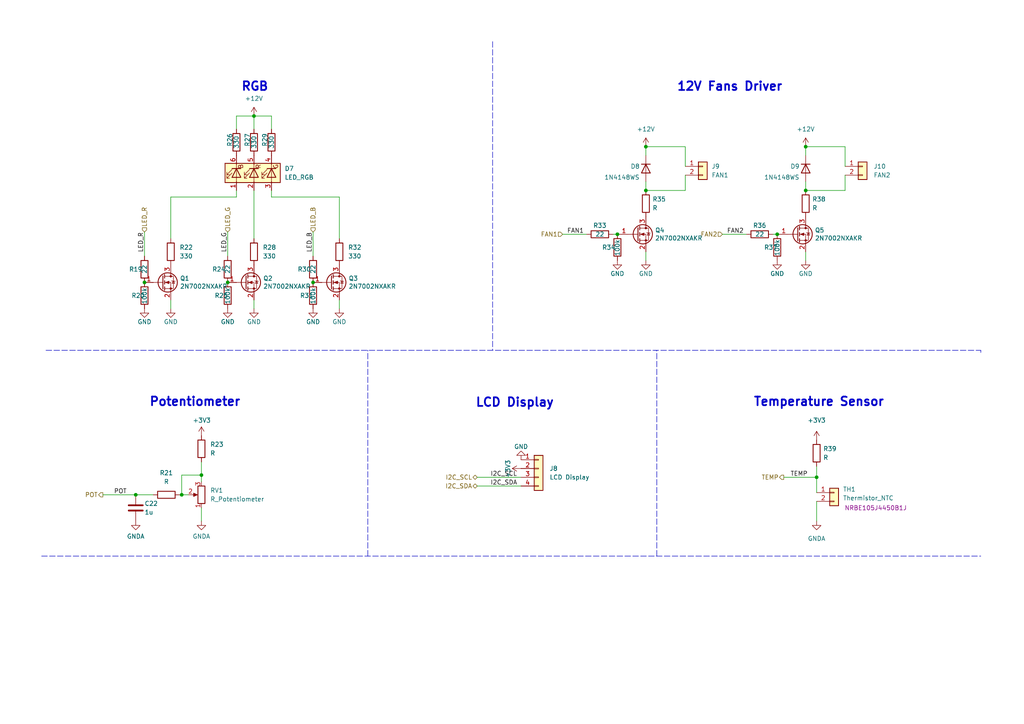
<source format=kicad_sch>
(kicad_sch (version 20211123) (generator eeschema)
  (paper "A4")
  (lib_symbols
    (symbol "Connector_Generic:Conn_01x02" (pin_names (offset 1.016) hide)
      (property "Reference" "J" (at 0 2.54 0))
      (property "Value" "Conn_01x02" (at 0 -5.08 0))
      (symbol "Conn_01x02_1_1"
        (rectangle (start -1.27 -2.413) (end 0 -2.667) (stroke (width 0.1524)))
        (rectangle (start -1.27 0.127) (end 0 -0.127) (stroke (width 0.1524)))
        (rectangle (start -1.27 1.27) (end 1.27 -3.81) (stroke (width 0.254)) (fill (type background)))
        (pin passive line (at -5.08 0 0) (length 3.81) (name "Pin_1") (number "1"))
        (pin passive line (at -5.08 -2.54 0) (length 3.81) (name "Pin_2") (number "2"))
      )
    )
    (symbol "Connector_Generic:Conn_01x04" (pin_names (offset 1.016) hide)
      (property "Reference" "J" (at 0 5.08 0))
      (property "Value" "Conn_01x04" (at 0 -7.62 0))
      (symbol "Conn_01x04_1_1"
        (rectangle (start -1.27 -4.953) (end 0 -5.207) (stroke (width 0.1524)))
        (rectangle (start -1.27 -2.413) (end 0 -2.667) (stroke (width 0.1524)))
        (rectangle (start -1.27 0.127) (end 0 -0.127) (stroke (width 0.1524)))
        (rectangle (start -1.27 2.667) (end 0 2.413) (stroke (width 0.1524)))
        (rectangle (start -1.27 3.81) (end 1.27 -6.35) (stroke (width 0.254)) (fill (type background)))
        (pin passive line (at -5.08 2.54 0) (length 3.81) (name "Pin_1") (number "1"))
        (pin passive line (at -5.08 0 0) (length 3.81) (name "Pin_2") (number "2"))
        (pin passive line (at -5.08 -2.54 0) (length 3.81) (name "Pin_3") (number "3"))
        (pin passive line (at -5.08 -5.08 0) (length 3.81) (name "Pin_4") (number "4"))
      )
    )
    (symbol "Device:C" (pin_numbers hide) (pin_names (offset 0.254))
      (property "Reference" "C" (at 0.635 2.54 0))
      (property "Value" "C" (at 0.635 -2.54 0))
      (symbol "C_0_1"
        (polyline (pts (xy -2.032 -0.762) (xy 2.032 -0.762)) (stroke (width 0.508)))
        (polyline (pts (xy -2.032 0.762) (xy 2.032 0.762)) (stroke (width 0.508)))
      )
      (symbol "C_1_1"
        (pin passive line (at 0 3.81 270) (length 2.794) (name "~") (number "1"))
        (pin passive line (at 0 -3.81 90) (length 2.794) (name "~") (number "2"))
      )
    )
    (symbol "Device:D" (pin_numbers hide) (pin_names (offset 1.016) hide)
      (property "Reference" "D" (at 0 2.54 0))
      (property "Value" "D" (at 0 -2.54 0))
      (symbol "D_0_1"
        (polyline (pts (xy -1.27 1.27) (xy -1.27 -1.27)) (stroke (width 0.254)))
        (polyline (pts (xy 1.27 0) (xy -1.27 0)))
        (polyline (pts (xy 1.27 1.27) (xy 1.27 -1.27) (xy -1.27 0) (xy 1.27 1.27)) (stroke (width 0.254)))
      )
      (symbol "D_1_1"
        (pin passive line (at -3.81 0 0) (length 2.54) (name "K") (number "1"))
        (pin passive line (at 3.81 0 180) (length 2.54) (name "A") (number "2"))
      )
    )
    (symbol "Device:R" (pin_numbers hide) (pin_names (offset 0))
      (property "Reference" "R" (at 2.032 0 90))
      (property "Value" "R" (at 0 0 90))
      (symbol "R_0_1"
        (rectangle (start -1.016 -2.54) (end 1.016 2.54) (stroke (width 0.254)))
      )
      (symbol "R_1_1"
        (pin passive line (at 0 3.81 270) (length 1.27) (name "~") (number "1"))
        (pin passive line (at 0 -3.81 90) (length 1.27) (name "~") (number "2"))
      )
    )
    (symbol "Device:R_Potentiometer" (pin_names (offset 1.016) hide)
      (property "Reference" "RV" (at -4.445 0 90))
      (property "Value" "R_Potentiometer" (at -2.54 0 90))
      (symbol "R_Potentiometer_0_1"
        (polyline (pts (xy 2.54 0) (xy 1.524 0)))
        (polyline (pts (xy 1.143 0) (xy 2.286 0.508) (xy 2.286 -0.508) (xy 1.143 0)) (fill (type outline)))
        (rectangle (start 1.016 2.54) (end -1.016 -2.54) (stroke (width 0.254)))
      )
      (symbol "R_Potentiometer_1_1"
        (pin passive line (at 0 3.81 270) (length 1.27) (name "1") (number "1"))
        (pin passive line (at 3.81 0 180) (length 1.27) (name "2") (number "2"))
        (pin passive line (at 0 -3.81 90) (length 1.27) (name "3") (number "3"))
      )
    )
    (symbol "Eagle_Main:LED_5050" (pin_names (offset 0) hide)
      (property "Reference" "D" (at 0 12.7 0))
      (property "Value" "LED_5050" (at 0 10.16 0))
      (symbol "LED_5050_0_0"
        (text "B" (at 1.905 3.81 0) (effects (font (size 1.27 1.27))))
        (text "G" (at 1.905 -6.35 0) (effects (font (size 1.27 1.27))))
        (text "R" (at 1.905 -1.27 0) (effects (font (size 1.27 1.27))))
      )
      (symbol "LED_5050_0_1"
        (rectangle (start -2.794 8.382) (end 2.794 -7.62) (stroke (width 0.254)) (fill (type background)))
        (rectangle (start -1.27 -1.27) (end -1.27 1.27))
        (rectangle (start -1.27 1.27) (end -1.27 1.27))
        (rectangle (start -1.27 3.81) (end -1.27 6.35))
        (rectangle (start -1.27 6.35) (end -1.27 6.35))
        (polyline (pts (xy -1.27 -5.08) (xy -2.54 -5.08)))
        (polyline (pts (xy -1.27 0) (xy -2.54 0)))
        (polyline (pts (xy -1.27 0) (xy 1.27 0)))
        (polyline (pts (xy -1.27 5.08) (xy -2.54 5.08)))
        (polyline (pts (xy 1.27 -5.08) (xy -1.27 -5.08)))
        (polyline (pts (xy 1.27 -5.08) (xy 2.54 -5.08)))
        (polyline (pts (xy 1.27 -3.81) (xy 1.27 -6.35)) (stroke (width 0.254)))
        (polyline (pts (xy 1.27 0) (xy 2.54 0)))
        (polyline (pts (xy 1.27 1.27) (xy 1.27 -1.27)) (stroke (width 0.254)))
        (polyline (pts (xy 1.27 5.08) (xy -1.27 5.08)))
        (polyline (pts (xy 1.27 5.08) (xy 2.54 5.08)))
        (polyline (pts (xy 1.27 6.35) (xy 1.27 3.81)) (stroke (width 0.254)))
        (polyline (pts (xy 1.27 1.27) (xy 1.27 -1.27) (xy 1.27 -1.27)))
        (polyline (pts (xy 1.27 6.35) (xy 1.27 3.81) (xy 1.27 3.81)))
        (polyline (pts (xy -1.27 -3.81) (xy -1.27 -6.35) (xy 1.27 -5.08) (xy -1.27 -3.81)) (stroke (width 0.254)))
        (polyline (pts (xy -1.27 1.27) (xy -1.27 -1.27) (xy 1.27 0) (xy -1.27 1.27)) (stroke (width 0.254)))
        (polyline (pts (xy -1.27 6.35) (xy -1.27 3.81) (xy 1.27 5.08) (xy -1.27 6.35)) (stroke (width 0.254)))
        (polyline (pts (xy 0 -3.81) (xy -1.524 -2.286) (xy -0.762 -2.286) (xy -1.524 -2.286) (xy -1.524 -3.048)))
        (polyline (pts (xy 0 1.27) (xy -1.524 2.794) (xy -0.762 2.794) (xy -1.524 2.794) (xy -1.524 2.032)))
        (polyline (pts (xy 0 6.35) (xy -1.524 7.874) (xy -0.762 7.874) (xy -1.524 7.874) (xy -1.524 7.112)))
        (polyline (pts (xy 1.016 -3.81) (xy -0.508 -2.286) (xy 0.254 -2.286) (xy -0.508 -2.286) (xy -0.508 -3.048)))
        (polyline (pts (xy 1.016 1.27) (xy -0.508 2.794) (xy 0.254 2.794) (xy -0.508 2.794) (xy -0.508 2.032)))
        (polyline (pts (xy 1.016 6.35) (xy -0.508 7.874) (xy 0.254 7.874) (xy -0.508 7.874) (xy -0.508 7.112)))
      )
      (symbol "LED_5050_1_1"
        (pin passive line (at -5.08 5.08 0) (length 2.54) (name "BA") (number "1"))
        (pin passive line (at -5.08 0 0) (length 2.54) (name "RA") (number "2"))
        (pin passive line (at -5.08 -5.08 0) (length 2.54) (name "GA") (number "3"))
        (pin passive line (at 5.08 -5.08 180) (length 2.54) (name "GK") (number "4"))
        (pin passive line (at 5.08 0 180) (length 2.54) (name "RK") (number "5"))
        (pin passive line (at 5.08 5.08 180) (length 2.54) (name "BK") (number "6"))
      )
    )
    (symbol "Transistor_FET:2N7002" (pin_names hide)
      (property "Reference" "Q" (at 5.08 1.905 0))
      (property "Value" "2N7002" (at 5.08 0 0))
      (symbol "2N7002_0_1"
        (polyline (pts (xy 0.254 0) (xy -2.54 0)))
        (polyline (pts (xy 0.254 1.905) (xy 0.254 -1.905)) (stroke (width 0.254)))
        (polyline (pts (xy 0.762 -1.27) (xy 0.762 -2.286)) (stroke (width 0.254)))
        (polyline (pts (xy 0.762 0.508) (xy 0.762 -0.508)) (stroke (width 0.254)))
        (polyline (pts (xy 0.762 2.286) (xy 0.762 1.27)) (stroke (width 0.254)))
        (polyline (pts (xy 2.54 2.54) (xy 2.54 1.778)))
        (polyline (pts (xy 2.54 -2.54) (xy 2.54 0) (xy 0.762 0)))
        (polyline (pts (xy 0.762 -1.778) (xy 3.302 -1.778) (xy 3.302 1.778) (xy 0.762 1.778)))
        (polyline (pts (xy 1.016 0) (xy 2.032 0.381) (xy 2.032 -0.381) (xy 1.016 0)) (fill (type outline)))
        (polyline (pts (xy 2.794 0.508) (xy 2.921 0.381) (xy 3.683 0.381) (xy 3.81 0.254)))
        (polyline (pts (xy 3.302 0.381) (xy 2.921 -0.254) (xy 3.683 -0.254) (xy 3.302 0.381)))
        (circle (center 1.651 0) (radius 2.794) (stroke (width 0.254)))
        (circle (center 2.54 -1.778) (radius 0.254) (fill (type outline)))
        (circle (center 2.54 1.778) (radius 0.254) (fill (type outline)))
      )
      (symbol "2N7002_1_1"
        (pin input line (at -5.08 0 0) (length 2.54) (name "G") (number "1"))
        (pin passive line (at 2.54 -5.08 90) (length 2.54) (name "S") (number "2"))
        (pin passive line (at 2.54 5.08 270) (length 2.54) (name "D") (number "3"))
      )
    )
    (symbol "power:+12V" (power) (pin_names (offset 0))
      (property "Value" "+12V" (at 0 3.556 0))
      (symbol "+12V_0_1"
        (polyline (pts (xy -0.762 1.27) (xy 0 2.54)))
        (polyline (pts (xy 0 0) (xy 0 2.54)))
        (polyline (pts (xy 0 2.54) (xy 0.762 1.27)))
      )
      (symbol "+12V_1_1"
        (pin power_in line (at 0 0 90) (length 0) hide (name "+12V") (number "1"))
      )
    )
    (symbol "power:+3V3" (power) (pin_names (offset 0))
      (property "Value" "+3V3" (at 0 3.556 0))
      (symbol "+3V3_0_1"
        (polyline (pts (xy -0.762 1.27) (xy 0 2.54)))
        (polyline (pts (xy 0 0) (xy 0 2.54)))
        (polyline (pts (xy 0 2.54) (xy 0.762 1.27)))
      )
      (symbol "+3V3_1_1"
        (pin power_in line (at 0 0 90) (length 0) hide (name "+3V3") (number "1"))
      )
    )
    (symbol "power:GND" (power) (pin_names (offset 0))
      (property "Value" "GND" (at 0 -3.81 0))
      (symbol "GND_0_1"
        (polyline (pts (xy 0 0) (xy 0 -1.27) (xy 1.27 -1.27) (xy 0 -2.54) (xy -1.27 -1.27) (xy 0 -1.27)))
      )
      (symbol "GND_1_1"
        (pin power_in line (at 0 0 270) (length 0) hide (name "GND") (number "1"))
      )
    )
    (symbol "power:GNDA" (power) (pin_names (offset 0))
      (property "Value" "GNDA" (at 0 -3.81 0))
      (symbol "GNDA_0_1"
        (polyline (pts (xy 0 0) (xy 0 -1.27) (xy 1.27 -1.27) (xy 0 -2.54) (xy -1.27 -1.27) (xy 0 -1.27)))
      )
      (symbol "GNDA_1_1"
        (pin power_in line (at 0 0 270) (length 0) hide (name "GNDA") (number "1"))
      )
    )
  )
  (junction (at 236.855 138.43))
  (junction (at 187.325 42.545))
  (junction (at 233.68 42.545))
  (junction (at 66.04 81.915))
  (junction (at 179.07 67.945))
  (junction (at 58.42 137.795))
  (junction (at 233.68 55.245))
  (junction (at 39.37 143.51))
  (junction (at 41.91 81.915))
  (junction (at 52.705 143.51))
  (junction (at 73.66 33.655))
  (junction (at 225.425 67.945))
  (junction (at 187.325 55.245))
  (junction (at 90.805 81.915))
  (wire (pts (xy 66.04 67.31) (xy 66.04 74.295)))
  (wire (pts (xy 209.55 67.945) (xy 216.535 67.945)))
  (wire (pts (xy 78.74 57.15) (xy 98.425 57.15)))
  (wire (pts (xy 98.425 57.15) (xy 98.425 69.215)))
  (wire (pts (xy 52.705 137.795) (xy 58.42 137.795)))
  (wire (pts (xy 187.325 55.245) (xy 198.755 55.245)))
  (wire (pts (xy 233.68 55.245) (xy 245.11 55.245)))
  (wire (pts (xy 73.66 89.535) (xy 73.66 86.995)))
  (wire (pts (xy 187.325 42.545) (xy 187.325 45.085)))
  (wire (pts (xy 68.58 37.465) (xy 68.58 33.655)))
  (wire (pts (xy 187.325 42.545) (xy 198.755 42.545)))
  (wire (pts (xy 233.68 42.545) (xy 233.68 45.085)))
  (wire (pts (xy 73.66 33.655) (xy 73.66 37.465)))
  (wire (pts (xy 233.68 52.705) (xy 233.68 55.245)))
  (wire (pts (xy 245.11 42.545) (xy 245.11 48.26)))
  (wire (pts (xy 78.74 33.655) (xy 78.74 37.465)))
  (wire (pts (xy 233.68 75.565) (xy 233.68 73.025)))
  (wire (pts (xy 198.755 50.8) (xy 198.755 55.245)))
  (wire (pts (xy 58.42 133.985) (xy 58.42 137.795)))
  (wire (pts (xy 52.07 143.51) (xy 52.705 143.51)))
  (wire (pts (xy 98.425 89.535) (xy 98.425 86.995)))
  (wire (pts (xy 68.58 57.15) (xy 68.58 55.245)))
  (wire (pts (xy 41.91 67.31) (xy 41.91 74.295)))
  (wire (pts (xy 58.42 147.32) (xy 58.42 151.13)))
  (wire (pts (xy 90.805 67.31) (xy 90.805 74.295)))
  (polyline (pts (xy 284.48 101.6) (xy 284.48 102.235)))
  (polyline (pts (xy 190.5 161.29) (xy 190.5 101.6)))
  (wire (pts (xy 73.66 55.245) (xy 73.66 69.215)))
  (wire (pts (xy 236.855 135.255) (xy 236.855 138.43)))
  (wire (pts (xy 138.43 140.97) (xy 151.13 140.97)))
  (wire (pts (xy 225.425 67.945) (xy 226.06 67.945)))
  (wire (pts (xy 187.325 52.705) (xy 187.325 55.245)))
  (wire (pts (xy 39.37 143.51) (xy 44.45 143.51)))
  (wire (pts (xy 198.755 42.545) (xy 198.755 48.26)))
  (wire (pts (xy 224.155 67.945) (xy 225.425 67.945)))
  (wire (pts (xy 245.11 50.8) (xy 245.11 55.245)))
  (wire (pts (xy 233.68 42.545) (xy 245.11 42.545)))
  (wire (pts (xy 49.53 57.15) (xy 49.53 69.215)))
  (polyline (pts (xy 142.875 12.065) (xy 142.875 101.6)))
  (wire (pts (xy 163.195 67.945) (xy 170.18 67.945)))
  (wire (pts (xy 78.74 57.15) (xy 78.74 55.245)))
  (wire (pts (xy 236.855 145.415) (xy 236.855 151.13)))
  (wire (pts (xy 73.66 33.655) (xy 78.74 33.655)))
  (wire (pts (xy 187.325 75.565) (xy 187.325 73.025)))
  (polyline (pts (xy 12.065 161.29) (xy 284.48 161.29)))
  (wire (pts (xy 179.07 67.945) (xy 179.705 67.945)))
  (wire (pts (xy 52.705 143.51) (xy 52.705 137.795)))
  (wire (pts (xy 49.53 57.15) (xy 68.58 57.15)))
  (wire (pts (xy 52.705 143.51) (xy 54.61 143.51)))
  (wire (pts (xy 138.43 138.43) (xy 151.13 138.43)))
  (wire (pts (xy 58.42 137.795) (xy 58.42 139.7)))
  (wire (pts (xy 29.845 143.51) (xy 39.37 143.51)))
  (polyline (pts (xy 106.68 161.29) (xy 106.68 101.6)))
  (polyline (pts (xy 13.335 101.6) (xy 284.48 101.6)))
  (polyline (pts (xy 190.5 101.6) (xy 189.865 101.6)))
  (wire (pts (xy 68.58 33.655) (xy 73.66 33.655)))
  (wire (pts (xy 236.855 138.43) (xy 236.855 142.875)))
  (wire (pts (xy 227.33 138.43) (xy 236.855 138.43)))
  (wire (pts (xy 49.53 89.535) (xy 49.53 86.995)))
  (wire (pts (xy 177.8 67.945) (xy 179.07 67.945)))
  (text "Temperature Sensor\n" (at 218.44 118.11 0) (effects (font (size 2.5 2.5) (thickness 0.5) bold) (justify left bottom)))
  (text "12V Fans Driver\n" (at 196.215 26.67 0) (effects (font (size 2.5 2.5) (thickness 0.5) bold) (justify left bottom)))
  (text "Potentiometer\n" (at 43.18 118.11 0) (effects (font (size 2.5 2.5) (thickness 0.5) bold) (justify left bottom)))
  (text "RGB\n" (at 69.85 26.67 0) (effects (font (size 2.5 2.5) (thickness 0.5) bold) (justify left bottom)))
  (text "LCD Display\n\n\n" (at 137.795 126.365 0) (effects (font (size 2.5 2.5) (thickness 0.5) bold) (justify left bottom)))
  (label "I2C_SDA" (at 142.24 140.97 0))
  (label "LED_G" (at 66.04 67.31 270))
  (label "LED_B" (at 90.805 67.31 270))
  (label "I2C_SCL" (at 142.24 138.43 0))
  (label "POT" (at 33.02 143.51 0))
  (label "FAN2" (at 210.82 67.945 0))
  (label "TEMP" (at 229.235 138.43 0))
  (label "FAN1" (at 164.465 67.945 0))
  (label "LED_R" (at 41.91 67.31 270))
  (hierarchical_label "FAN1" (shape input) (at 163.195 67.945 180))
  (hierarchical_label "POT" (shape output) (at 29.845 143.51 180))
  (hierarchical_label "I2C_SCL" (shape bidirectional) (at 138.43 138.43 180))
  (hierarchical_label "TEMP" (shape output) (at 227.33 138.43 180))
  (hierarchical_label "LED_B" (shape input) (at 90.805 67.31 90))
  (hierarchical_label "LED_R" (shape input) (at 41.91 67.31 90))
  (hierarchical_label "LED_G" (shape input) (at 66.04 67.31 90))
  (hierarchical_label "I2C_SDA" (shape bidirectional) (at 138.43 140.97 180))
  (hierarchical_label "FAN2" (shape input) (at 209.55 67.945 180))
  (symbol (lib_id "Device:R") (at 73.66 73.025 0) (unit 1)
    (property "Reference" "R28" (at 76.2 71.7549 0) (effects (justify left)))
    (property "Value" "330" (at 76.2 74.2949 0) (effects (justify left)))
    (property "Footprint" "Resistor_SMD:R_0603_1608Metric" (effects hide))
  )
  (symbol (lib_id "power:GNDA") (at 58.42 151.13 0) (unit 1)
    (property "Reference" "#PWR0167" (effects hide))
    (property "Value" "GNDA" (at 58.42 155.575 0))
  )
  (symbol (lib_id "power:+3V3") (at 236.855 127.635 0) (unit 1)
    (property "Reference" "#PWR0169" (effects hide))
    (property "Value" "+3V3" (at 236.855 121.92 0))
  )
  (symbol (lib_id "Device:R") (at 236.855 131.445 0) (unit 1)
    (property "Reference" "R39" (at 238.76 130.1749 0) (effects (justify left)))
    (property "Value" "R" (at 238.76 132.7149 0) (effects (justify left)))
  )
  (symbol (lib_id "Device:D") (at 233.68 48.895 270) (unit 1)
    (property "Reference" "D9" (at 229.235 48.26 90) (effects (justify left)))
    (property "Value" "1N4148WS" (at 221.615 51.435 90) (effects (justify left)))
    (property "Footprint" "Diode_SMD:D_SOD-323" (effects hide))
    (property "Datasheet" "https://www.mouser.it/datasheet/2/1057/1N4148WS-1869723.pdf" (effects hide))
  )
  (symbol (lib_id "Connector_Generic:Conn_01x04") (at 156.21 135.89 0) (unit 1)
    (property "Reference" "J8" (at 159.385 135.8899 0) (effects (justify left)))
    (property "Value" "LCD Display" (at 159.385 138.4299 0) (effects (justify left)))
  )
  (symbol (lib_id "Device:R") (at 90.805 78.105 180) (unit 1)
    (property "Reference" "R30" (at 88.265 78.105 0))
    (property "Value" "22" (at 90.805 78.105 90))
  )
  (symbol (lib_id "power:GND") (at 98.425 89.535 0) (unit 1)
    (property "Reference" "#PWR0172" (effects hide))
    (property "Value" "GND" (at 98.425 93.345 0))
  )
  (symbol (lib_id "Device:R") (at 78.74 41.275 0) (unit 1)
    (property "Reference" "R29" (at 76.835 42.545 90) (effects (justify left)))
    (property "Value" "330" (at 78.74 43.18 90) (effects (justify left)))
    (property "Footprint" "Resistor_SMD:R_0603_1608Metric" (effects hide))
  )
  (symbol (lib_id "Device:R") (at 225.425 71.755 0) (unit 1)
    (property "Reference" "R37" (at 221.615 71.755 0) (effects (justify left)))
    (property "Value" "100k" (at 225.425 74.295 90) (effects (justify left)))
  )
  (symbol (lib_id "Transistor_FET:2N7002") (at 46.99 81.915 0) (unit 1)
    (property "Reference" "Q1" (at 52.197 80.7466 0) (effects (justify left)))
    (property "Value" "2N7002NXAKR" (at 52.197 83.058 0) (effects (justify left)))
    (property "Footprint" "Package_TO_SOT_SMD:SOT-23" (effects hide))
    (property "Datasheet" "https://www.onsemi.com/pub/Collateral/NDS7002A-D.PDF" (effects hide))
  )
  (symbol (lib_id "Device:R") (at 66.04 78.105 180) (unit 1)
    (property "Reference" "R24" (at 63.5 78.105 0))
    (property "Value" "22" (at 66.04 78.105 90))
  )
  (symbol (lib_id "Device:R") (at 233.68 59.055 0) (unit 1)
    (property "Reference" "R38" (at 235.585 57.7849 0) (effects (justify left)))
    (property "Value" "R" (at 235.585 60.3249 0) (effects (justify left)))
  )
  (symbol (lib_id "power:+3V3") (at 58.42 126.365 0) (unit 1)
    (property "Reference" "#PWR0164" (effects hide))
    (property "Value" "+3V3" (at 55.88 121.92 0) (effects (justify left)))
  )
  (symbol (lib_id "Transistor_FET:2N7002") (at 184.785 67.945 0) (unit 1)
    (property "Reference" "Q4" (at 189.992 66.7766 0) (effects (justify left)))
    (property "Value" "2N7002NXAKR" (at 189.992 69.088 0) (effects (justify left)))
    (property "Footprint" "Package_TO_SOT_SMD:SOT-23" (effects hide))
    (property "Datasheet" "https://www.onsemi.com/pub/Collateral/NDS7002A-D.PDF" (effects hide))
  )
  (symbol (lib_id "Device:R") (at 73.66 41.275 0) (unit 1)
    (property "Reference" "R27" (at 71.755 42.545 90) (effects (justify left)))
    (property "Value" "330" (at 73.66 43.18 90) (effects (justify left)))
    (property "Footprint" "Resistor_SMD:R_0603_1608Metric" (effects hide))
  )
  (symbol (lib_id "power:GND") (at 73.66 89.535 0) (unit 1)
    (property "Reference" "#PWR0176" (effects hide))
    (property "Value" "GND" (at 73.66 93.345 0))
  )
  (symbol (lib_id "power:+3V3") (at 151.13 135.89 90) (mirror x) (unit 1)
    (property "Reference" "#PWR0165" (effects hide))
    (property "Value" "+3V3" (at 147.32 133.35 0) (effects (justify left)))
  )
  (symbol (lib_id "power:GND") (at 225.425 75.565 0) (unit 1)
    (property "Reference" "#PWR0161" (effects hide))
    (property "Value" "GND" (at 225.425 79.375 0))
  )
  (symbol (lib_id "power:GND") (at 233.68 75.565 0) (unit 1)
    (property "Reference" "#PWR0162" (effects hide))
    (property "Value" "GND" (at 233.68 79.375 0))
  )
  (symbol (lib_id "power:GND") (at 41.91 89.535 0) (unit 1)
    (property "Reference" "#PWR0177" (effects hide))
    (property "Value" "GND" (at 41.91 93.345 0))
  )
  (symbol (lib_id "Device:R_Potentiometer") (at 58.42 143.51 180) (unit 1)
    (property "Reference" "RV1" (at 60.96 142.2399 0) (effects (justify right)))
    (property "Value" "R_Potentiometer" (at 60.96 144.7799 0) (effects (justify right)))
  )
  (symbol (lib_id "power:+12V") (at 233.68 42.545 0) (unit 1)
    (property "Reference" "#PWR0160" (effects hide))
    (property "Value" "+12V" (at 233.68 37.465 0))
  )
  (symbol (lib_id "power:GND") (at 151.13 133.35 0) (mirror x) (unit 1)
    (property "Reference" "#PWR0166" (effects hide))
    (property "Value" "GND" (at 151.13 129.54 0))
  )
  (symbol (lib_id "power:GNDA") (at 236.855 151.13 0) (unit 1)
    (property "Reference" "#PWR0170" (effects hide))
    (property "Value" "GNDA" (at 236.855 156.21 0))
  )
  (symbol (lib_id "Eagle_Main:LED_5050") (at 73.66 50.165 90) (unit 1)
    (property "Reference" "D7" (at 82.55 48.8949 90) (effects (justify right)))
    (property "Value" "LED_RGB" (at 82.55 51.4349 90) (effects (justify right)))
    (property "Footprint" "LED_SMD:LED_RGB_5050-6" (effects hide))
  )
  (symbol (lib_id "power:GND") (at 179.07 75.565 0) (unit 1)
    (property "Reference" "#PWR0171" (effects hide))
    (property "Value" "GND" (at 179.07 79.375 0))
  )
  (symbol (lib_id "Device:R") (at 41.91 85.725 0) (unit 1)
    (property "Reference" "R20" (at 38.1 85.725 0) (effects (justify left)))
    (property "Value" "100k" (at 41.91 88.265 90) (effects (justify left)))
  )
  (symbol (lib_id "power:GNDA") (at 39.37 151.13 0) (unit 1)
    (property "Reference" "#PWR0168" (effects hide))
    (property "Value" "GNDA" (at 39.37 155.575 0))
  )
  (symbol (lib_id "Device:R") (at 179.07 71.755 0) (unit 1)
    (property "Reference" "R34" (at 174.625 71.755 0) (effects (justify left)))
    (property "Value" "100k" (at 179.07 74.295 90) (effects (justify left)))
  )
  (symbol (lib_id "Transistor_FET:2N7002") (at 71.12 81.915 0) (unit 1)
    (property "Reference" "Q2" (at 76.327 80.7466 0) (effects (justify left)))
    (property "Value" "2N7002NXAKR" (at 76.327 83.058 0) (effects (justify left)))
    (property "Footprint" "Package_TO_SOT_SMD:SOT-23" (effects hide))
    (property "Datasheet" "https://www.onsemi.com/pub/Collateral/NDS7002A-D.PDF" (effects hide))
  )
  (symbol (lib_id "Device:R") (at 220.345 67.945 90) (unit 1)
    (property "Reference" "R36" (at 220.345 65.405 90))
    (property "Value" "22" (at 220.345 67.945 90))
  )
  (symbol (lib_id "Device:R") (at 58.42 130.175 0) (unit 1)
    (property "Reference" "R23" (at 60.96 128.9049 0) (effects (justify left)))
    (property "Value" "R" (at 60.96 131.4449 0) (effects (justify left)))
  )
  (symbol (lib_id "Device:R") (at 49.53 73.025 0) (unit 1)
    (property "Reference" "R22" (at 52.07 71.7549 0) (effects (justify left)))
    (property "Value" "330" (at 52.07 74.2949 0) (effects (justify left)))
    (property "Footprint" "Resistor_SMD:R_0603_1608Metric" (effects hide))
  )
  (symbol (lib_id "Device:R") (at 66.04 85.725 0) (unit 1)
    (property "Reference" "R25" (at 62.23 85.725 0) (effects (justify left)))
    (property "Value" "100k" (at 66.04 88.265 90) (effects (justify left)))
  )
  (symbol (lib_id "Transistor_FET:2N7002") (at 95.885 81.915 0) (unit 1)
    (property "Reference" "Q3" (at 101.092 80.7466 0) (effects (justify left)))
    (property "Value" "2N7002NXAKR" (at 101.092 83.058 0) (effects (justify left)))
    (property "Footprint" "Package_TO_SOT_SMD:SOT-23" (effects hide))
    (property "Datasheet" "https://www.onsemi.com/pub/Collateral/NDS7002A-D.PDF" (effects hide))
  )
  (symbol (lib_id "Connector_Generic:Conn_01x02") (at 203.835 48.26 0) (unit 1)
    (property "Reference" "J9" (at 206.375 48.2599 0) (effects (justify left)))
    (property "Value" "FAN1" (at 206.375 50.7999 0) (effects (justify left)))
  )
  (symbol (lib_id "power:GND") (at 187.325 75.565 0) (unit 1)
    (property "Reference" "#PWR0159" (effects hide))
    (property "Value" "GND" (at 187.325 79.375 0))
  )
  (symbol (lib_id "Device:R") (at 48.26 143.51 90) (unit 1)
    (property "Reference" "R21" (at 48.26 137.16 90))
    (property "Value" "R" (at 48.26 139.7 90))
  )
  (symbol (lib_id "power:+12V") (at 187.325 42.545 0) (unit 1)
    (property "Reference" "#PWR0158" (effects hide))
    (property "Value" "+12V" (at 187.325 37.465 0))
  )
  (symbol (lib_id "power:GND") (at 66.04 89.535 0) (unit 1)
    (property "Reference" "#PWR0173" (effects hide))
    (property "Value" "GND" (at 66.04 93.345 0))
  )
  (symbol (lib_id "Device:R") (at 90.805 85.725 0) (unit 1)
    (property "Reference" "R31" (at 86.995 85.725 0) (effects (justify left)))
    (property "Value" "100k" (at 90.805 88.265 90) (effects (justify left)))
  )
  (symbol (lib_id "Device:R") (at 98.425 73.025 0) (unit 1)
    (property "Reference" "R32" (at 100.965 71.7549 0) (effects (justify left)))
    (property "Value" "330" (at 100.965 74.2949 0) (effects (justify left)))
    (property "Footprint" "Resistor_SMD:R_0603_1608Metric" (effects hide))
  )
  (symbol (lib_id "Device:D") (at 187.325 48.895 270) (unit 1)
    (property "Reference" "D8" (at 182.88 48.26 90) (effects (justify left)))
    (property "Value" "1N4148WS" (at 175.26 51.435 90) (effects (justify left)))
    (property "Footprint" "Diode_SMD:D_SOD-323" (effects hide))
    (property "Datasheet" "https://www.mouser.it/datasheet/2/1057/1N4148WS-1869723.pdf" (effects hide))
  )
  (symbol (lib_id "power:GND") (at 90.805 89.535 0) (unit 1)
    (property "Reference" "#PWR0175" (effects hide))
    (property "Value" "GND" (at 90.805 93.345 0))
  )
  (symbol (lib_id "Connector_Generic:Conn_01x02") (at 250.19 48.26 0) (unit 1)
    (property "Reference" "J10" (at 253.365 48.2599 0) (effects (justify left)))
    (property "Value" "FAN2" (at 253.365 50.7999 0) (effects (justify left)))
  )
  (symbol (lib_id "power:+12V") (at 73.66 33.655 0) (unit 1)
    (property "Reference" "#PWR0163" (effects hide))
    (property "Value" "+12V" (at 73.66 28.575 0))
  )
  (symbol (lib_id "Device:R") (at 173.99 67.945 90) (unit 1)
    (property "Reference" "R33" (at 173.99 65.405 90))
    (property "Value" "22" (at 173.99 67.945 90))
  )
  (symbol (lib_id "Device:R") (at 41.91 78.105 180) (unit 1)
    (property "Reference" "R19" (at 39.37 78.105 0))
    (property "Value" "22" (at 41.91 78.105 90))
  )
  (symbol (lib_id "Connector_Generic:Conn_01x02") (at 241.935 142.875 0) (unit 1)
    (property "Reference" "TH1" (at 244.475 141.9224 0) (effects (justify left)))
    (property "Value" "Thermistor_NTC" (at 244.475 144.4624 0) (effects (justify left)))
    (property "Name" "NRBE105J4450B1J" (at 254 147.32 0))
  )
  (symbol (lib_id "Transistor_FET:2N7002") (at 231.14 67.945 0) (unit 1)
    (property "Reference" "Q5" (at 236.347 66.7766 0) (effects (justify left)))
    (property "Value" "2N7002NXAKR" (at 236.347 69.088 0) (effects (justify left)))
    (property "Footprint" "Package_TO_SOT_SMD:SOT-23" (effects hide))
    (property "Datasheet" "https://www.onsemi.com/pub/Collateral/NDS7002A-D.PDF" (effects hide))
  )
  (symbol (lib_id "power:GND") (at 49.53 89.535 0) (unit 1)
    (property "Reference" "#PWR0174" (effects hide))
    (property "Value" "GND" (at 49.53 93.345 0))
  )
  (symbol (lib_id "Device:R") (at 68.58 41.275 0) (unit 1)
    (property "Reference" "R26" (at 66.675 42.545 90) (effects (justify left)))
    (property "Value" "330" (at 68.58 43.18 90) (effects (justify left)))
    (property "Footprint" "Resistor_SMD:R_0603_1608Metric" (effects hide))
  )
  (symbol (lib_id "Device:C") (at 39.37 147.32 0) (unit 1)
    (property "Reference" "C22" (at 41.91 146.05 0) (effects (justify left)))
    (property "Value" "1u" (at 41.91 148.59 0) (effects (justify left)))
    (property "Footprint" "Capacitor_SMD:C_0805_2012Metric" (effects hide))
  )
  (symbol (lib_id "Device:R") (at 187.325 59.055 0) (unit 1)
    (property "Reference" "R35" (at 189.23 57.7849 0) (effects (justify left)))
    (property "Value" "R" (at 189.23 60.3249 0) (effects (justify left)))
  )
)
</source>
